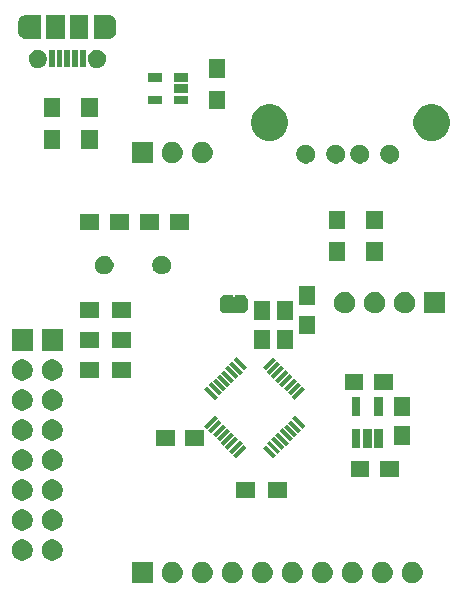
<source format=gts>
G04 #@! TF.GenerationSoftware,KiCad,Pcbnew,5.1.5*
G04 #@! TF.CreationDate,2020-02-24T19:23:42+03:00*
G04 #@! TF.ProjectId,max3421eboard,6d617833-3432-4316-9562-6f6172642e6b,rev?*
G04 #@! TF.SameCoordinates,PX112a880PY2cd29c0*
G04 #@! TF.FileFunction,Soldermask,Top*
G04 #@! TF.FilePolarity,Negative*
%FSLAX46Y46*%
G04 Gerber Fmt 4.6, Leading zero omitted, Abs format (unit mm)*
G04 Created by KiCad (PCBNEW 5.1.5) date 2020-02-24 19:23:42*
%MOMM*%
%LPD*%
G04 APERTURE LIST*
%ADD10C,0.100000*%
G04 APERTURE END LIST*
D10*
G36*
X21697000Y-25517000D02*
G01*
X20427000Y-25517000D01*
X20427000Y-24247000D01*
X21697000Y-24247000D01*
X21697000Y-25517000D01*
G37*
X21697000Y-25517000D02*
X20427000Y-25517000D01*
X20427000Y-24247000D01*
X21697000Y-24247000D01*
X21697000Y-25517000D01*
G36*
X14215000Y-48515000D02*
G01*
X12415000Y-48515000D01*
X12415000Y-46715000D01*
X14215000Y-46715000D01*
X14215000Y-48515000D01*
G37*
G36*
X33897523Y-46749586D02*
G01*
X34061308Y-46817429D01*
X34061310Y-46817430D01*
X34208717Y-46915924D01*
X34334076Y-47041283D01*
X34334078Y-47041286D01*
X34432571Y-47188692D01*
X34500414Y-47352477D01*
X34535000Y-47526358D01*
X34535000Y-47703642D01*
X34500414Y-47877523D01*
X34432571Y-48041308D01*
X34432570Y-48041310D01*
X34334076Y-48188717D01*
X34208717Y-48314076D01*
X34061310Y-48412570D01*
X34061309Y-48412571D01*
X34061308Y-48412571D01*
X33897523Y-48480414D01*
X33723642Y-48515000D01*
X33546358Y-48515000D01*
X33372477Y-48480414D01*
X33208692Y-48412571D01*
X33208691Y-48412571D01*
X33208690Y-48412570D01*
X33061283Y-48314076D01*
X32935924Y-48188717D01*
X32837430Y-48041310D01*
X32837429Y-48041308D01*
X32769586Y-47877523D01*
X32735000Y-47703642D01*
X32735000Y-47526358D01*
X32769586Y-47352477D01*
X32837429Y-47188692D01*
X32935922Y-47041286D01*
X32935924Y-47041283D01*
X33061283Y-46915924D01*
X33208690Y-46817430D01*
X33208692Y-46817429D01*
X33372477Y-46749586D01*
X33546358Y-46715000D01*
X33723642Y-46715000D01*
X33897523Y-46749586D01*
G37*
G36*
X36437523Y-46749586D02*
G01*
X36601308Y-46817429D01*
X36601310Y-46817430D01*
X36748717Y-46915924D01*
X36874076Y-47041283D01*
X36874078Y-47041286D01*
X36972571Y-47188692D01*
X37040414Y-47352477D01*
X37075000Y-47526358D01*
X37075000Y-47703642D01*
X37040414Y-47877523D01*
X36972571Y-48041308D01*
X36972570Y-48041310D01*
X36874076Y-48188717D01*
X36748717Y-48314076D01*
X36601310Y-48412570D01*
X36601309Y-48412571D01*
X36601308Y-48412571D01*
X36437523Y-48480414D01*
X36263642Y-48515000D01*
X36086358Y-48515000D01*
X35912477Y-48480414D01*
X35748692Y-48412571D01*
X35748691Y-48412571D01*
X35748690Y-48412570D01*
X35601283Y-48314076D01*
X35475924Y-48188717D01*
X35377430Y-48041310D01*
X35377429Y-48041308D01*
X35309586Y-47877523D01*
X35275000Y-47703642D01*
X35275000Y-47526358D01*
X35309586Y-47352477D01*
X35377429Y-47188692D01*
X35475922Y-47041286D01*
X35475924Y-47041283D01*
X35601283Y-46915924D01*
X35748690Y-46817430D01*
X35748692Y-46817429D01*
X35912477Y-46749586D01*
X36086358Y-46715000D01*
X36263642Y-46715000D01*
X36437523Y-46749586D01*
G37*
G36*
X31357523Y-46749586D02*
G01*
X31521308Y-46817429D01*
X31521310Y-46817430D01*
X31668717Y-46915924D01*
X31794076Y-47041283D01*
X31794078Y-47041286D01*
X31892571Y-47188692D01*
X31960414Y-47352477D01*
X31995000Y-47526358D01*
X31995000Y-47703642D01*
X31960414Y-47877523D01*
X31892571Y-48041308D01*
X31892570Y-48041310D01*
X31794076Y-48188717D01*
X31668717Y-48314076D01*
X31521310Y-48412570D01*
X31521309Y-48412571D01*
X31521308Y-48412571D01*
X31357523Y-48480414D01*
X31183642Y-48515000D01*
X31006358Y-48515000D01*
X30832477Y-48480414D01*
X30668692Y-48412571D01*
X30668691Y-48412571D01*
X30668690Y-48412570D01*
X30521283Y-48314076D01*
X30395924Y-48188717D01*
X30297430Y-48041310D01*
X30297429Y-48041308D01*
X30229586Y-47877523D01*
X30195000Y-47703642D01*
X30195000Y-47526358D01*
X30229586Y-47352477D01*
X30297429Y-47188692D01*
X30395922Y-47041286D01*
X30395924Y-47041283D01*
X30521283Y-46915924D01*
X30668690Y-46817430D01*
X30668692Y-46817429D01*
X30832477Y-46749586D01*
X31006358Y-46715000D01*
X31183642Y-46715000D01*
X31357523Y-46749586D01*
G37*
G36*
X28817523Y-46749586D02*
G01*
X28981308Y-46817429D01*
X28981310Y-46817430D01*
X29128717Y-46915924D01*
X29254076Y-47041283D01*
X29254078Y-47041286D01*
X29352571Y-47188692D01*
X29420414Y-47352477D01*
X29455000Y-47526358D01*
X29455000Y-47703642D01*
X29420414Y-47877523D01*
X29352571Y-48041308D01*
X29352570Y-48041310D01*
X29254076Y-48188717D01*
X29128717Y-48314076D01*
X28981310Y-48412570D01*
X28981309Y-48412571D01*
X28981308Y-48412571D01*
X28817523Y-48480414D01*
X28643642Y-48515000D01*
X28466358Y-48515000D01*
X28292477Y-48480414D01*
X28128692Y-48412571D01*
X28128691Y-48412571D01*
X28128690Y-48412570D01*
X27981283Y-48314076D01*
X27855924Y-48188717D01*
X27757430Y-48041310D01*
X27757429Y-48041308D01*
X27689586Y-47877523D01*
X27655000Y-47703642D01*
X27655000Y-47526358D01*
X27689586Y-47352477D01*
X27757429Y-47188692D01*
X27855922Y-47041286D01*
X27855924Y-47041283D01*
X27981283Y-46915924D01*
X28128690Y-46817430D01*
X28128692Y-46817429D01*
X28292477Y-46749586D01*
X28466358Y-46715000D01*
X28643642Y-46715000D01*
X28817523Y-46749586D01*
G37*
G36*
X26277523Y-46749586D02*
G01*
X26441308Y-46817429D01*
X26441310Y-46817430D01*
X26588717Y-46915924D01*
X26714076Y-47041283D01*
X26714078Y-47041286D01*
X26812571Y-47188692D01*
X26880414Y-47352477D01*
X26915000Y-47526358D01*
X26915000Y-47703642D01*
X26880414Y-47877523D01*
X26812571Y-48041308D01*
X26812570Y-48041310D01*
X26714076Y-48188717D01*
X26588717Y-48314076D01*
X26441310Y-48412570D01*
X26441309Y-48412571D01*
X26441308Y-48412571D01*
X26277523Y-48480414D01*
X26103642Y-48515000D01*
X25926358Y-48515000D01*
X25752477Y-48480414D01*
X25588692Y-48412571D01*
X25588691Y-48412571D01*
X25588690Y-48412570D01*
X25441283Y-48314076D01*
X25315924Y-48188717D01*
X25217430Y-48041310D01*
X25217429Y-48041308D01*
X25149586Y-47877523D01*
X25115000Y-47703642D01*
X25115000Y-47526358D01*
X25149586Y-47352477D01*
X25217429Y-47188692D01*
X25315922Y-47041286D01*
X25315924Y-47041283D01*
X25441283Y-46915924D01*
X25588690Y-46817430D01*
X25588692Y-46817429D01*
X25752477Y-46749586D01*
X25926358Y-46715000D01*
X26103642Y-46715000D01*
X26277523Y-46749586D01*
G37*
G36*
X21197523Y-46749586D02*
G01*
X21361308Y-46817429D01*
X21361310Y-46817430D01*
X21508717Y-46915924D01*
X21634076Y-47041283D01*
X21634078Y-47041286D01*
X21732571Y-47188692D01*
X21800414Y-47352477D01*
X21835000Y-47526358D01*
X21835000Y-47703642D01*
X21800414Y-47877523D01*
X21732571Y-48041308D01*
X21732570Y-48041310D01*
X21634076Y-48188717D01*
X21508717Y-48314076D01*
X21361310Y-48412570D01*
X21361309Y-48412571D01*
X21361308Y-48412571D01*
X21197523Y-48480414D01*
X21023642Y-48515000D01*
X20846358Y-48515000D01*
X20672477Y-48480414D01*
X20508692Y-48412571D01*
X20508691Y-48412571D01*
X20508690Y-48412570D01*
X20361283Y-48314076D01*
X20235924Y-48188717D01*
X20137430Y-48041310D01*
X20137429Y-48041308D01*
X20069586Y-47877523D01*
X20035000Y-47703642D01*
X20035000Y-47526358D01*
X20069586Y-47352477D01*
X20137429Y-47188692D01*
X20235922Y-47041286D01*
X20235924Y-47041283D01*
X20361283Y-46915924D01*
X20508690Y-46817430D01*
X20508692Y-46817429D01*
X20672477Y-46749586D01*
X20846358Y-46715000D01*
X21023642Y-46715000D01*
X21197523Y-46749586D01*
G37*
G36*
X23737523Y-46749586D02*
G01*
X23901308Y-46817429D01*
X23901310Y-46817430D01*
X24048717Y-46915924D01*
X24174076Y-47041283D01*
X24174078Y-47041286D01*
X24272571Y-47188692D01*
X24340414Y-47352477D01*
X24375000Y-47526358D01*
X24375000Y-47703642D01*
X24340414Y-47877523D01*
X24272571Y-48041308D01*
X24272570Y-48041310D01*
X24174076Y-48188717D01*
X24048717Y-48314076D01*
X23901310Y-48412570D01*
X23901309Y-48412571D01*
X23901308Y-48412571D01*
X23737523Y-48480414D01*
X23563642Y-48515000D01*
X23386358Y-48515000D01*
X23212477Y-48480414D01*
X23048692Y-48412571D01*
X23048691Y-48412571D01*
X23048690Y-48412570D01*
X22901283Y-48314076D01*
X22775924Y-48188717D01*
X22677430Y-48041310D01*
X22677429Y-48041308D01*
X22609586Y-47877523D01*
X22575000Y-47703642D01*
X22575000Y-47526358D01*
X22609586Y-47352477D01*
X22677429Y-47188692D01*
X22775922Y-47041286D01*
X22775924Y-47041283D01*
X22901283Y-46915924D01*
X23048690Y-46817430D01*
X23048692Y-46817429D01*
X23212477Y-46749586D01*
X23386358Y-46715000D01*
X23563642Y-46715000D01*
X23737523Y-46749586D01*
G37*
G36*
X16117523Y-46749586D02*
G01*
X16281308Y-46817429D01*
X16281310Y-46817430D01*
X16428717Y-46915924D01*
X16554076Y-47041283D01*
X16554078Y-47041286D01*
X16652571Y-47188692D01*
X16720414Y-47352477D01*
X16755000Y-47526358D01*
X16755000Y-47703642D01*
X16720414Y-47877523D01*
X16652571Y-48041308D01*
X16652570Y-48041310D01*
X16554076Y-48188717D01*
X16428717Y-48314076D01*
X16281310Y-48412570D01*
X16281309Y-48412571D01*
X16281308Y-48412571D01*
X16117523Y-48480414D01*
X15943642Y-48515000D01*
X15766358Y-48515000D01*
X15592477Y-48480414D01*
X15428692Y-48412571D01*
X15428691Y-48412571D01*
X15428690Y-48412570D01*
X15281283Y-48314076D01*
X15155924Y-48188717D01*
X15057430Y-48041310D01*
X15057429Y-48041308D01*
X14989586Y-47877523D01*
X14955000Y-47703642D01*
X14955000Y-47526358D01*
X14989586Y-47352477D01*
X15057429Y-47188692D01*
X15155922Y-47041286D01*
X15155924Y-47041283D01*
X15281283Y-46915924D01*
X15428690Y-46817430D01*
X15428692Y-46817429D01*
X15592477Y-46749586D01*
X15766358Y-46715000D01*
X15943642Y-46715000D01*
X16117523Y-46749586D01*
G37*
G36*
X18657523Y-46749586D02*
G01*
X18821308Y-46817429D01*
X18821310Y-46817430D01*
X18968717Y-46915924D01*
X19094076Y-47041283D01*
X19094078Y-47041286D01*
X19192571Y-47188692D01*
X19260414Y-47352477D01*
X19295000Y-47526358D01*
X19295000Y-47703642D01*
X19260414Y-47877523D01*
X19192571Y-48041308D01*
X19192570Y-48041310D01*
X19094076Y-48188717D01*
X18968717Y-48314076D01*
X18821310Y-48412570D01*
X18821309Y-48412571D01*
X18821308Y-48412571D01*
X18657523Y-48480414D01*
X18483642Y-48515000D01*
X18306358Y-48515000D01*
X18132477Y-48480414D01*
X17968692Y-48412571D01*
X17968691Y-48412571D01*
X17968690Y-48412570D01*
X17821283Y-48314076D01*
X17695924Y-48188717D01*
X17597430Y-48041310D01*
X17597429Y-48041308D01*
X17529586Y-47877523D01*
X17495000Y-47703642D01*
X17495000Y-47526358D01*
X17529586Y-47352477D01*
X17597429Y-47188692D01*
X17695922Y-47041286D01*
X17695924Y-47041283D01*
X17821283Y-46915924D01*
X17968690Y-46817430D01*
X17968692Y-46817429D01*
X18132477Y-46749586D01*
X18306358Y-46715000D01*
X18483642Y-46715000D01*
X18657523Y-46749586D01*
G37*
G36*
X3417523Y-44844586D02*
G01*
X3581308Y-44912429D01*
X3581310Y-44912430D01*
X3728717Y-45010924D01*
X3854076Y-45136283D01*
X3854078Y-45136286D01*
X3952571Y-45283692D01*
X4020414Y-45447477D01*
X4055000Y-45621358D01*
X4055000Y-45798642D01*
X4020414Y-45972523D01*
X3952571Y-46136308D01*
X3952570Y-46136310D01*
X3854076Y-46283717D01*
X3728717Y-46409076D01*
X3581310Y-46507570D01*
X3581309Y-46507571D01*
X3581308Y-46507571D01*
X3417523Y-46575414D01*
X3243642Y-46610000D01*
X3066358Y-46610000D01*
X2892477Y-46575414D01*
X2728692Y-46507571D01*
X2728691Y-46507571D01*
X2728690Y-46507570D01*
X2581283Y-46409076D01*
X2455924Y-46283717D01*
X2357430Y-46136310D01*
X2357429Y-46136308D01*
X2289586Y-45972523D01*
X2255000Y-45798642D01*
X2255000Y-45621358D01*
X2289586Y-45447477D01*
X2357429Y-45283692D01*
X2455922Y-45136286D01*
X2455924Y-45136283D01*
X2581283Y-45010924D01*
X2728690Y-44912430D01*
X2728692Y-44912429D01*
X2892477Y-44844586D01*
X3066358Y-44810000D01*
X3243642Y-44810000D01*
X3417523Y-44844586D01*
G37*
G36*
X5957523Y-44844586D02*
G01*
X6121308Y-44912429D01*
X6121310Y-44912430D01*
X6268717Y-45010924D01*
X6394076Y-45136283D01*
X6394078Y-45136286D01*
X6492571Y-45283692D01*
X6560414Y-45447477D01*
X6595000Y-45621358D01*
X6595000Y-45798642D01*
X6560414Y-45972523D01*
X6492571Y-46136308D01*
X6492570Y-46136310D01*
X6394076Y-46283717D01*
X6268717Y-46409076D01*
X6121310Y-46507570D01*
X6121309Y-46507571D01*
X6121308Y-46507571D01*
X5957523Y-46575414D01*
X5783642Y-46610000D01*
X5606358Y-46610000D01*
X5432477Y-46575414D01*
X5268692Y-46507571D01*
X5268691Y-46507571D01*
X5268690Y-46507570D01*
X5121283Y-46409076D01*
X4995924Y-46283717D01*
X4897430Y-46136310D01*
X4897429Y-46136308D01*
X4829586Y-45972523D01*
X4795000Y-45798642D01*
X4795000Y-45621358D01*
X4829586Y-45447477D01*
X4897429Y-45283692D01*
X4995922Y-45136286D01*
X4995924Y-45136283D01*
X5121283Y-45010924D01*
X5268690Y-44912430D01*
X5268692Y-44912429D01*
X5432477Y-44844586D01*
X5606358Y-44810000D01*
X5783642Y-44810000D01*
X5957523Y-44844586D01*
G37*
G36*
X3417523Y-42304586D02*
G01*
X3581308Y-42372429D01*
X3581310Y-42372430D01*
X3728717Y-42470924D01*
X3854076Y-42596283D01*
X3854078Y-42596286D01*
X3952571Y-42743692D01*
X4020414Y-42907477D01*
X4055000Y-43081358D01*
X4055000Y-43258642D01*
X4020414Y-43432523D01*
X3952571Y-43596308D01*
X3952570Y-43596310D01*
X3854076Y-43743717D01*
X3728717Y-43869076D01*
X3581310Y-43967570D01*
X3581309Y-43967571D01*
X3581308Y-43967571D01*
X3417523Y-44035414D01*
X3243642Y-44070000D01*
X3066358Y-44070000D01*
X2892477Y-44035414D01*
X2728692Y-43967571D01*
X2728691Y-43967571D01*
X2728690Y-43967570D01*
X2581283Y-43869076D01*
X2455924Y-43743717D01*
X2357430Y-43596310D01*
X2357429Y-43596308D01*
X2289586Y-43432523D01*
X2255000Y-43258642D01*
X2255000Y-43081358D01*
X2289586Y-42907477D01*
X2357429Y-42743692D01*
X2455922Y-42596286D01*
X2455924Y-42596283D01*
X2581283Y-42470924D01*
X2728690Y-42372430D01*
X2728692Y-42372429D01*
X2892477Y-42304586D01*
X3066358Y-42270000D01*
X3243642Y-42270000D01*
X3417523Y-42304586D01*
G37*
G36*
X5957523Y-42304586D02*
G01*
X6121308Y-42372429D01*
X6121310Y-42372430D01*
X6268717Y-42470924D01*
X6394076Y-42596283D01*
X6394078Y-42596286D01*
X6492571Y-42743692D01*
X6560414Y-42907477D01*
X6595000Y-43081358D01*
X6595000Y-43258642D01*
X6560414Y-43432523D01*
X6492571Y-43596308D01*
X6492570Y-43596310D01*
X6394076Y-43743717D01*
X6268717Y-43869076D01*
X6121310Y-43967570D01*
X6121309Y-43967571D01*
X6121308Y-43967571D01*
X5957523Y-44035414D01*
X5783642Y-44070000D01*
X5606358Y-44070000D01*
X5432477Y-44035414D01*
X5268692Y-43967571D01*
X5268691Y-43967571D01*
X5268690Y-43967570D01*
X5121283Y-43869076D01*
X4995924Y-43743717D01*
X4897430Y-43596310D01*
X4897429Y-43596308D01*
X4829586Y-43432523D01*
X4795000Y-43258642D01*
X4795000Y-43081358D01*
X4829586Y-42907477D01*
X4897429Y-42743692D01*
X4995922Y-42596286D01*
X4995924Y-42596283D01*
X5121283Y-42470924D01*
X5268690Y-42372430D01*
X5268692Y-42372429D01*
X5432477Y-42304586D01*
X5606358Y-42270000D01*
X5783642Y-42270000D01*
X5957523Y-42304586D01*
G37*
G36*
X5957523Y-39764586D02*
G01*
X6121308Y-39832429D01*
X6121310Y-39832430D01*
X6268717Y-39930924D01*
X6394076Y-40056283D01*
X6394078Y-40056286D01*
X6492571Y-40203692D01*
X6560414Y-40367477D01*
X6595000Y-40541358D01*
X6595000Y-40718642D01*
X6560414Y-40892523D01*
X6492571Y-41056308D01*
X6492570Y-41056310D01*
X6394076Y-41203717D01*
X6268717Y-41329076D01*
X6121310Y-41427570D01*
X6121309Y-41427571D01*
X6121308Y-41427571D01*
X5957523Y-41495414D01*
X5783642Y-41530000D01*
X5606358Y-41530000D01*
X5432477Y-41495414D01*
X5268692Y-41427571D01*
X5268691Y-41427571D01*
X5268690Y-41427570D01*
X5121283Y-41329076D01*
X4995924Y-41203717D01*
X4897430Y-41056310D01*
X4897429Y-41056308D01*
X4829586Y-40892523D01*
X4795000Y-40718642D01*
X4795000Y-40541358D01*
X4829586Y-40367477D01*
X4897429Y-40203692D01*
X4995922Y-40056286D01*
X4995924Y-40056283D01*
X5121283Y-39930924D01*
X5268690Y-39832430D01*
X5268692Y-39832429D01*
X5432477Y-39764586D01*
X5606358Y-39730000D01*
X5783642Y-39730000D01*
X5957523Y-39764586D01*
G37*
G36*
X3417523Y-39764586D02*
G01*
X3581308Y-39832429D01*
X3581310Y-39832430D01*
X3728717Y-39930924D01*
X3854076Y-40056283D01*
X3854078Y-40056286D01*
X3952571Y-40203692D01*
X4020414Y-40367477D01*
X4055000Y-40541358D01*
X4055000Y-40718642D01*
X4020414Y-40892523D01*
X3952571Y-41056308D01*
X3952570Y-41056310D01*
X3854076Y-41203717D01*
X3728717Y-41329076D01*
X3581310Y-41427570D01*
X3581309Y-41427571D01*
X3581308Y-41427571D01*
X3417523Y-41495414D01*
X3243642Y-41530000D01*
X3066358Y-41530000D01*
X2892477Y-41495414D01*
X2728692Y-41427571D01*
X2728691Y-41427571D01*
X2728690Y-41427570D01*
X2581283Y-41329076D01*
X2455924Y-41203717D01*
X2357430Y-41056310D01*
X2357429Y-41056308D01*
X2289586Y-40892523D01*
X2255000Y-40718642D01*
X2255000Y-40541358D01*
X2289586Y-40367477D01*
X2357429Y-40203692D01*
X2455922Y-40056286D01*
X2455924Y-40056283D01*
X2581283Y-39930924D01*
X2728690Y-39832430D01*
X2728692Y-39832429D01*
X2892477Y-39764586D01*
X3066358Y-39730000D01*
X3243642Y-39730000D01*
X3417523Y-39764586D01*
G37*
G36*
X25545000Y-41330000D02*
G01*
X23945000Y-41330000D01*
X23945000Y-39930000D01*
X25545000Y-39930000D01*
X25545000Y-41330000D01*
G37*
G36*
X22845000Y-41330000D02*
G01*
X21245000Y-41330000D01*
X21245000Y-39930000D01*
X22845000Y-39930000D01*
X22845000Y-41330000D01*
G37*
G36*
X35050000Y-39527000D02*
G01*
X33450000Y-39527000D01*
X33450000Y-38177000D01*
X35050000Y-38177000D01*
X35050000Y-39527000D01*
G37*
G36*
X32550000Y-39527000D02*
G01*
X30950000Y-39527000D01*
X30950000Y-38177000D01*
X32550000Y-38177000D01*
X32550000Y-39527000D01*
G37*
G36*
X3417523Y-37224586D02*
G01*
X3581308Y-37292429D01*
X3581310Y-37292430D01*
X3728717Y-37390924D01*
X3854076Y-37516283D01*
X3854078Y-37516286D01*
X3952571Y-37663692D01*
X4020414Y-37827477D01*
X4055000Y-38001358D01*
X4055000Y-38178642D01*
X4020414Y-38352523D01*
X3952571Y-38516308D01*
X3952570Y-38516310D01*
X3854076Y-38663717D01*
X3728717Y-38789076D01*
X3581310Y-38887570D01*
X3581309Y-38887571D01*
X3581308Y-38887571D01*
X3417523Y-38955414D01*
X3243642Y-38990000D01*
X3066358Y-38990000D01*
X2892477Y-38955414D01*
X2728692Y-38887571D01*
X2728691Y-38887571D01*
X2728690Y-38887570D01*
X2581283Y-38789076D01*
X2455924Y-38663717D01*
X2357430Y-38516310D01*
X2357429Y-38516308D01*
X2289586Y-38352523D01*
X2255000Y-38178642D01*
X2255000Y-38001358D01*
X2289586Y-37827477D01*
X2357429Y-37663692D01*
X2455922Y-37516286D01*
X2455924Y-37516283D01*
X2581283Y-37390924D01*
X2728690Y-37292430D01*
X2728692Y-37292429D01*
X2892477Y-37224586D01*
X3066358Y-37190000D01*
X3243642Y-37190000D01*
X3417523Y-37224586D01*
G37*
G36*
X5957523Y-37224586D02*
G01*
X6121308Y-37292429D01*
X6121310Y-37292430D01*
X6268717Y-37390924D01*
X6394076Y-37516283D01*
X6394078Y-37516286D01*
X6492571Y-37663692D01*
X6560414Y-37827477D01*
X6595000Y-38001358D01*
X6595000Y-38178642D01*
X6560414Y-38352523D01*
X6492571Y-38516308D01*
X6492570Y-38516310D01*
X6394076Y-38663717D01*
X6268717Y-38789076D01*
X6121310Y-38887570D01*
X6121309Y-38887571D01*
X6121308Y-38887571D01*
X5957523Y-38955414D01*
X5783642Y-38990000D01*
X5606358Y-38990000D01*
X5432477Y-38955414D01*
X5268692Y-38887571D01*
X5268691Y-38887571D01*
X5268690Y-38887570D01*
X5121283Y-38789076D01*
X4995924Y-38663717D01*
X4897430Y-38516310D01*
X4897429Y-38516308D01*
X4829586Y-38352523D01*
X4795000Y-38178642D01*
X4795000Y-38001358D01*
X4829586Y-37827477D01*
X4897429Y-37663692D01*
X4995922Y-37516286D01*
X4995924Y-37516283D01*
X5121283Y-37390924D01*
X5268690Y-37292430D01*
X5268692Y-37292429D01*
X5432477Y-37224586D01*
X5606358Y-37190000D01*
X5783642Y-37190000D01*
X5957523Y-37224586D01*
G37*
G36*
X24642062Y-37671620D02*
G01*
X24391746Y-37921936D01*
X23512812Y-37043002D01*
X23763128Y-36792686D01*
X24642062Y-37671620D01*
G37*
G36*
X22167188Y-37043002D02*
G01*
X21288254Y-37921936D01*
X21037938Y-37671620D01*
X21916872Y-36792686D01*
X22167188Y-37043002D01*
G37*
G36*
X21813635Y-36689448D02*
G01*
X20934701Y-37568382D01*
X20684385Y-37318066D01*
X21563319Y-36439132D01*
X21813635Y-36689448D01*
G37*
G36*
X24995615Y-37318066D02*
G01*
X24745299Y-37568382D01*
X23866365Y-36689448D01*
X24116681Y-36439132D01*
X24995615Y-37318066D01*
G37*
G36*
X21460081Y-36335895D02*
G01*
X20581147Y-37214829D01*
X20330831Y-36964513D01*
X21209765Y-36085579D01*
X21460081Y-36335895D01*
G37*
G36*
X25349169Y-36964513D02*
G01*
X25098853Y-37214829D01*
X24219919Y-36335895D01*
X24470235Y-36085579D01*
X25349169Y-36964513D01*
G37*
G36*
X31790000Y-37095000D02*
G01*
X31040000Y-37095000D01*
X31040000Y-35435000D01*
X31790000Y-35435000D01*
X31790000Y-37095000D01*
G37*
G36*
X32740000Y-37095000D02*
G01*
X31990000Y-37095000D01*
X31990000Y-35435000D01*
X32740000Y-35435000D01*
X32740000Y-37095000D01*
G37*
G36*
X33690000Y-37095000D02*
G01*
X32940000Y-37095000D01*
X32940000Y-35435000D01*
X33690000Y-35435000D01*
X33690000Y-37095000D01*
G37*
G36*
X21106528Y-35982341D02*
G01*
X20227594Y-36861275D01*
X19977278Y-36610959D01*
X20856212Y-35732025D01*
X21106528Y-35982341D01*
G37*
G36*
X25702722Y-36610959D02*
G01*
X25452406Y-36861275D01*
X24573472Y-35982341D01*
X24823788Y-35732025D01*
X25702722Y-36610959D01*
G37*
G36*
X18560000Y-36860000D02*
G01*
X16960000Y-36860000D01*
X16960000Y-35510000D01*
X18560000Y-35510000D01*
X18560000Y-36860000D01*
G37*
G36*
X16060000Y-36860000D02*
G01*
X14460000Y-36860000D01*
X14460000Y-35510000D01*
X16060000Y-35510000D01*
X16060000Y-36860000D01*
G37*
G36*
X35961000Y-36838000D02*
G01*
X34611000Y-36838000D01*
X34611000Y-35238000D01*
X35961000Y-35238000D01*
X35961000Y-36838000D01*
G37*
G36*
X26056275Y-36257406D02*
G01*
X25805959Y-36507722D01*
X24927025Y-35628788D01*
X25177341Y-35378472D01*
X26056275Y-36257406D01*
G37*
G36*
X20752975Y-35628788D02*
G01*
X19874041Y-36507722D01*
X19623725Y-36257406D01*
X20502659Y-35378472D01*
X20752975Y-35628788D01*
G37*
G36*
X3417523Y-34684586D02*
G01*
X3581308Y-34752429D01*
X3581310Y-34752430D01*
X3728717Y-34850924D01*
X3854076Y-34976283D01*
X3854078Y-34976286D01*
X3952571Y-35123692D01*
X4020414Y-35287477D01*
X4055000Y-35461358D01*
X4055000Y-35638642D01*
X4020414Y-35812523D01*
X3982583Y-35903853D01*
X3952570Y-35976310D01*
X3854076Y-36123717D01*
X3728717Y-36249076D01*
X3581310Y-36347570D01*
X3581309Y-36347571D01*
X3581308Y-36347571D01*
X3417523Y-36415414D01*
X3243642Y-36450000D01*
X3066358Y-36450000D01*
X2892477Y-36415414D01*
X2728692Y-36347571D01*
X2728691Y-36347571D01*
X2728690Y-36347570D01*
X2581283Y-36249076D01*
X2455924Y-36123717D01*
X2357430Y-35976310D01*
X2327417Y-35903853D01*
X2289586Y-35812523D01*
X2255000Y-35638642D01*
X2255000Y-35461358D01*
X2289586Y-35287477D01*
X2357429Y-35123692D01*
X2455922Y-34976286D01*
X2455924Y-34976283D01*
X2581283Y-34850924D01*
X2728690Y-34752430D01*
X2728692Y-34752429D01*
X2892477Y-34684586D01*
X3066358Y-34650000D01*
X3243642Y-34650000D01*
X3417523Y-34684586D01*
G37*
G36*
X5957523Y-34684586D02*
G01*
X6121308Y-34752429D01*
X6121310Y-34752430D01*
X6268717Y-34850924D01*
X6394076Y-34976283D01*
X6394078Y-34976286D01*
X6492571Y-35123692D01*
X6560414Y-35287477D01*
X6595000Y-35461358D01*
X6595000Y-35638642D01*
X6560414Y-35812523D01*
X6522583Y-35903853D01*
X6492570Y-35976310D01*
X6394076Y-36123717D01*
X6268717Y-36249076D01*
X6121310Y-36347570D01*
X6121309Y-36347571D01*
X6121308Y-36347571D01*
X5957523Y-36415414D01*
X5783642Y-36450000D01*
X5606358Y-36450000D01*
X5432477Y-36415414D01*
X5268692Y-36347571D01*
X5268691Y-36347571D01*
X5268690Y-36347570D01*
X5121283Y-36249076D01*
X4995924Y-36123717D01*
X4897430Y-35976310D01*
X4867417Y-35903853D01*
X4829586Y-35812523D01*
X4795000Y-35638642D01*
X4795000Y-35461358D01*
X4829586Y-35287477D01*
X4897429Y-35123692D01*
X4995922Y-34976286D01*
X4995924Y-34976283D01*
X5121283Y-34850924D01*
X5268690Y-34752430D01*
X5268692Y-34752429D01*
X5432477Y-34684586D01*
X5606358Y-34650000D01*
X5783642Y-34650000D01*
X5957523Y-34684586D01*
G37*
G36*
X20399421Y-35275235D02*
G01*
X19520487Y-36154169D01*
X19270171Y-35903853D01*
X20149105Y-35024919D01*
X20399421Y-35275235D01*
G37*
G36*
X26409829Y-35903853D02*
G01*
X26159513Y-36154169D01*
X25280579Y-35275235D01*
X25530895Y-35024919D01*
X26409829Y-35903853D01*
G37*
G36*
X20045868Y-34921681D02*
G01*
X19166934Y-35800615D01*
X18916618Y-35550299D01*
X19795552Y-34671365D01*
X20045868Y-34921681D01*
G37*
G36*
X26763382Y-35550299D02*
G01*
X26513066Y-35800615D01*
X25634132Y-34921681D01*
X25884448Y-34671365D01*
X26763382Y-35550299D01*
G37*
G36*
X27116936Y-35196746D02*
G01*
X26866620Y-35447062D01*
X25987686Y-34568128D01*
X26238002Y-34317812D01*
X27116936Y-35196746D01*
G37*
G36*
X19692314Y-34568128D02*
G01*
X18813380Y-35447062D01*
X18563064Y-35196746D01*
X19441998Y-34317812D01*
X19692314Y-34568128D01*
G37*
G36*
X33690000Y-34395000D02*
G01*
X32940000Y-34395000D01*
X32940000Y-32735000D01*
X33690000Y-32735000D01*
X33690000Y-34395000D01*
G37*
G36*
X31790000Y-34395000D02*
G01*
X31040000Y-34395000D01*
X31040000Y-32735000D01*
X31790000Y-32735000D01*
X31790000Y-34395000D01*
G37*
G36*
X35961000Y-34338000D02*
G01*
X34611000Y-34338000D01*
X34611000Y-32738000D01*
X35961000Y-32738000D01*
X35961000Y-34338000D01*
G37*
G36*
X5957523Y-32144586D02*
G01*
X6121308Y-32212429D01*
X6121310Y-32212430D01*
X6268717Y-32310924D01*
X6394076Y-32436283D01*
X6394078Y-32436286D01*
X6492571Y-32583692D01*
X6560414Y-32747477D01*
X6595000Y-32921358D01*
X6595000Y-33098642D01*
X6560414Y-33272523D01*
X6492571Y-33436308D01*
X6492570Y-33436310D01*
X6394076Y-33583717D01*
X6268717Y-33709076D01*
X6121310Y-33807570D01*
X6121309Y-33807571D01*
X6121308Y-33807571D01*
X5957523Y-33875414D01*
X5783642Y-33910000D01*
X5606358Y-33910000D01*
X5432477Y-33875414D01*
X5268692Y-33807571D01*
X5268691Y-33807571D01*
X5268690Y-33807570D01*
X5121283Y-33709076D01*
X4995924Y-33583717D01*
X4897430Y-33436310D01*
X4897429Y-33436308D01*
X4829586Y-33272523D01*
X4795000Y-33098642D01*
X4795000Y-32921358D01*
X4829586Y-32747477D01*
X4897429Y-32583692D01*
X4995922Y-32436286D01*
X4995924Y-32436283D01*
X5121283Y-32310924D01*
X5268690Y-32212430D01*
X5268692Y-32212429D01*
X5432477Y-32144586D01*
X5606358Y-32110000D01*
X5783642Y-32110000D01*
X5957523Y-32144586D01*
G37*
G36*
X3417523Y-32144586D02*
G01*
X3581308Y-32212429D01*
X3581310Y-32212430D01*
X3728717Y-32310924D01*
X3854076Y-32436283D01*
X3854078Y-32436286D01*
X3952571Y-32583692D01*
X4020414Y-32747477D01*
X4055000Y-32921358D01*
X4055000Y-33098642D01*
X4020414Y-33272523D01*
X3952571Y-33436308D01*
X3952570Y-33436310D01*
X3854076Y-33583717D01*
X3728717Y-33709076D01*
X3581310Y-33807570D01*
X3581309Y-33807571D01*
X3581308Y-33807571D01*
X3417523Y-33875414D01*
X3243642Y-33910000D01*
X3066358Y-33910000D01*
X2892477Y-33875414D01*
X2728692Y-33807571D01*
X2728691Y-33807571D01*
X2728690Y-33807570D01*
X2581283Y-33709076D01*
X2455924Y-33583717D01*
X2357430Y-33436310D01*
X2357429Y-33436308D01*
X2289586Y-33272523D01*
X2255000Y-33098642D01*
X2255000Y-32921358D01*
X2289586Y-32747477D01*
X2357429Y-32583692D01*
X2455922Y-32436286D01*
X2455924Y-32436283D01*
X2581283Y-32310924D01*
X2728690Y-32212430D01*
X2728692Y-32212429D01*
X2892477Y-32144586D01*
X3066358Y-32110000D01*
X3243642Y-32110000D01*
X3417523Y-32144586D01*
G37*
G36*
X27116936Y-32093254D02*
G01*
X26238002Y-32972188D01*
X25987686Y-32721872D01*
X26866620Y-31842938D01*
X27116936Y-32093254D01*
G37*
G36*
X19692314Y-32721872D02*
G01*
X19441998Y-32972188D01*
X18563064Y-32093254D01*
X18813380Y-31842938D01*
X19692314Y-32721872D01*
G37*
G36*
X26763382Y-31739701D02*
G01*
X25884448Y-32618635D01*
X25634132Y-32368319D01*
X26513066Y-31489385D01*
X26763382Y-31739701D01*
G37*
G36*
X20045868Y-32368319D02*
G01*
X19795552Y-32618635D01*
X18916618Y-31739701D01*
X19166934Y-31489385D01*
X20045868Y-32368319D01*
G37*
G36*
X20399421Y-32014765D02*
G01*
X20149105Y-32265081D01*
X19270171Y-31386147D01*
X19520487Y-31135831D01*
X20399421Y-32014765D01*
G37*
G36*
X26409829Y-31386147D02*
G01*
X25530895Y-32265081D01*
X25280579Y-32014765D01*
X26159513Y-31135831D01*
X26409829Y-31386147D01*
G37*
G36*
X32042000Y-32161000D02*
G01*
X30442000Y-32161000D01*
X30442000Y-30811000D01*
X32042000Y-30811000D01*
X32042000Y-32161000D01*
G37*
G36*
X34542000Y-32161000D02*
G01*
X32942000Y-32161000D01*
X32942000Y-30811000D01*
X34542000Y-30811000D01*
X34542000Y-32161000D01*
G37*
G36*
X20752975Y-31661212D02*
G01*
X20502659Y-31911528D01*
X19623725Y-31032594D01*
X19874041Y-30782278D01*
X20752975Y-31661212D01*
G37*
G36*
X26056275Y-31032594D02*
G01*
X25177341Y-31911528D01*
X24927025Y-31661212D01*
X25805959Y-30782278D01*
X26056275Y-31032594D01*
G37*
G36*
X21106528Y-31307659D02*
G01*
X20856212Y-31557975D01*
X19977278Y-30679041D01*
X20227594Y-30428725D01*
X21106528Y-31307659D01*
G37*
G36*
X25702722Y-30679041D02*
G01*
X24823788Y-31557975D01*
X24573472Y-31307659D01*
X25452406Y-30428725D01*
X25702722Y-30679041D01*
G37*
G36*
X5957523Y-29604586D02*
G01*
X6121308Y-29672429D01*
X6121310Y-29672430D01*
X6268717Y-29770924D01*
X6394076Y-29896283D01*
X6394078Y-29896286D01*
X6492571Y-30043692D01*
X6560414Y-30207477D01*
X6595000Y-30381358D01*
X6595000Y-30558642D01*
X6560414Y-30732523D01*
X6511393Y-30850868D01*
X6492570Y-30896310D01*
X6394076Y-31043717D01*
X6268717Y-31169076D01*
X6121310Y-31267570D01*
X6121309Y-31267571D01*
X6121308Y-31267571D01*
X5957523Y-31335414D01*
X5783642Y-31370000D01*
X5606358Y-31370000D01*
X5432477Y-31335414D01*
X5268692Y-31267571D01*
X5268691Y-31267571D01*
X5268690Y-31267570D01*
X5121283Y-31169076D01*
X4995924Y-31043717D01*
X4897430Y-30896310D01*
X4878607Y-30850868D01*
X4829586Y-30732523D01*
X4795000Y-30558642D01*
X4795000Y-30381358D01*
X4829586Y-30207477D01*
X4897429Y-30043692D01*
X4995922Y-29896286D01*
X4995924Y-29896283D01*
X5121283Y-29770924D01*
X5268690Y-29672430D01*
X5268692Y-29672429D01*
X5432477Y-29604586D01*
X5606358Y-29570000D01*
X5783642Y-29570000D01*
X5957523Y-29604586D01*
G37*
G36*
X3417523Y-29604586D02*
G01*
X3581308Y-29672429D01*
X3581310Y-29672430D01*
X3728717Y-29770924D01*
X3854076Y-29896283D01*
X3854078Y-29896286D01*
X3952571Y-30043692D01*
X4020414Y-30207477D01*
X4055000Y-30381358D01*
X4055000Y-30558642D01*
X4020414Y-30732523D01*
X3971393Y-30850868D01*
X3952570Y-30896310D01*
X3854076Y-31043717D01*
X3728717Y-31169076D01*
X3581310Y-31267570D01*
X3581309Y-31267571D01*
X3581308Y-31267571D01*
X3417523Y-31335414D01*
X3243642Y-31370000D01*
X3066358Y-31370000D01*
X2892477Y-31335414D01*
X2728692Y-31267571D01*
X2728691Y-31267571D01*
X2728690Y-31267570D01*
X2581283Y-31169076D01*
X2455924Y-31043717D01*
X2357430Y-30896310D01*
X2338607Y-30850868D01*
X2289586Y-30732523D01*
X2255000Y-30558642D01*
X2255000Y-30381358D01*
X2289586Y-30207477D01*
X2357429Y-30043692D01*
X2455922Y-29896286D01*
X2455924Y-29896283D01*
X2581283Y-29770924D01*
X2728690Y-29672430D01*
X2728692Y-29672429D01*
X2892477Y-29604586D01*
X3066358Y-29570000D01*
X3243642Y-29570000D01*
X3417523Y-29604586D01*
G37*
G36*
X21460081Y-30954105D02*
G01*
X21209765Y-31204421D01*
X20330831Y-30325487D01*
X20581147Y-30075171D01*
X21460081Y-30954105D01*
G37*
G36*
X25349169Y-30325487D02*
G01*
X24470235Y-31204421D01*
X24219919Y-30954105D01*
X25098853Y-30075171D01*
X25349169Y-30325487D01*
G37*
G36*
X9670000Y-31170000D02*
G01*
X8070000Y-31170000D01*
X8070000Y-29770000D01*
X9670000Y-29770000D01*
X9670000Y-31170000D01*
G37*
G36*
X12370000Y-31170000D02*
G01*
X10770000Y-31170000D01*
X10770000Y-29770000D01*
X12370000Y-29770000D01*
X12370000Y-31170000D01*
G37*
G36*
X24995615Y-29971934D02*
G01*
X24116681Y-30850868D01*
X23866365Y-30600552D01*
X24745299Y-29721618D01*
X24995615Y-29971934D01*
G37*
G36*
X21813635Y-30600552D02*
G01*
X21563319Y-30850868D01*
X20684385Y-29971934D01*
X20934701Y-29721618D01*
X21813635Y-30600552D01*
G37*
G36*
X24642062Y-29618380D02*
G01*
X23763128Y-30497314D01*
X23512812Y-30246998D01*
X24391746Y-29368064D01*
X24642062Y-29618380D01*
G37*
G36*
X22167188Y-30246998D02*
G01*
X21916872Y-30497314D01*
X21037938Y-29618380D01*
X21288254Y-29368064D01*
X22167188Y-30246998D01*
G37*
G36*
X6595000Y-28830000D02*
G01*
X4795000Y-28830000D01*
X4795000Y-27030000D01*
X6595000Y-27030000D01*
X6595000Y-28830000D01*
G37*
G36*
X4055000Y-28830000D02*
G01*
X2255000Y-28830000D01*
X2255000Y-27030000D01*
X4055000Y-27030000D01*
X4055000Y-28830000D01*
G37*
G36*
X26055000Y-28710000D02*
G01*
X24705000Y-28710000D01*
X24705000Y-27110000D01*
X26055000Y-27110000D01*
X26055000Y-28710000D01*
G37*
G36*
X24150000Y-28710000D02*
G01*
X22800000Y-28710000D01*
X22800000Y-27110000D01*
X24150000Y-27110000D01*
X24150000Y-28710000D01*
G37*
G36*
X12370000Y-28630000D02*
G01*
X10770000Y-28630000D01*
X10770000Y-27230000D01*
X12370000Y-27230000D01*
X12370000Y-28630000D01*
G37*
G36*
X9670000Y-28630000D02*
G01*
X8070000Y-28630000D01*
X8070000Y-27230000D01*
X9670000Y-27230000D01*
X9670000Y-28630000D01*
G37*
G36*
X27960000Y-27460000D02*
G01*
X26610000Y-27460000D01*
X26610000Y-25860000D01*
X27960000Y-25860000D01*
X27960000Y-27460000D01*
G37*
G36*
X26055000Y-26210000D02*
G01*
X24705000Y-26210000D01*
X24705000Y-24610000D01*
X26055000Y-24610000D01*
X26055000Y-26210000D01*
G37*
G36*
X24150000Y-26210000D02*
G01*
X22800000Y-26210000D01*
X22800000Y-24610000D01*
X24150000Y-24610000D01*
X24150000Y-26210000D01*
G37*
G36*
X9670000Y-26090000D02*
G01*
X8070000Y-26090000D01*
X8070000Y-24690000D01*
X9670000Y-24690000D01*
X9670000Y-26090000D01*
G37*
G36*
X12370000Y-26090000D02*
G01*
X10770000Y-26090000D01*
X10770000Y-24690000D01*
X12370000Y-24690000D01*
X12370000Y-26090000D01*
G37*
G36*
X21717355Y-24082285D02*
G01*
X21721802Y-24082723D01*
X21721803Y-24082723D01*
X21728908Y-24083423D01*
X21728974Y-24082751D01*
X21736156Y-24083815D01*
X21757447Y-24083815D01*
X21765910Y-24084648D01*
X21770811Y-24085131D01*
X21770813Y-24085131D01*
X21774373Y-24085482D01*
X21863516Y-24103214D01*
X21866936Y-24104251D01*
X21866944Y-24104253D01*
X21876369Y-24107112D01*
X21876374Y-24107114D01*
X21879799Y-24108153D01*
X21963767Y-24142934D01*
X21966917Y-24144618D01*
X21966925Y-24144621D01*
X21975611Y-24149264D01*
X21975616Y-24149267D01*
X21978764Y-24150950D01*
X22054340Y-24201448D01*
X22057102Y-24203715D01*
X22057110Y-24203720D01*
X22064057Y-24209422D01*
X22067488Y-24212238D01*
X22131762Y-24276512D01*
X22134031Y-24279277D01*
X22140280Y-24286890D01*
X22140285Y-24286898D01*
X22142552Y-24289660D01*
X22193050Y-24365236D01*
X22194733Y-24368384D01*
X22194736Y-24368389D01*
X22199379Y-24377075D01*
X22199382Y-24377083D01*
X22201066Y-24380233D01*
X22235847Y-24464201D01*
X22236886Y-24467626D01*
X22236888Y-24467631D01*
X22239747Y-24477056D01*
X22239749Y-24477064D01*
X22240786Y-24480484D01*
X22258518Y-24569627D01*
X22260185Y-24586553D01*
X22260185Y-24607844D01*
X22261249Y-24615026D01*
X22260577Y-24615092D01*
X22262593Y-24635562D01*
X22262593Y-25128438D01*
X22260577Y-25148908D01*
X22261249Y-25148974D01*
X22260185Y-25156156D01*
X22260185Y-25177447D01*
X22258518Y-25194373D01*
X22240786Y-25283516D01*
X22239749Y-25286936D01*
X22239747Y-25286944D01*
X22236888Y-25296369D01*
X22236886Y-25296374D01*
X22235847Y-25299799D01*
X22201066Y-25383767D01*
X22199382Y-25386917D01*
X22199379Y-25386925D01*
X22194736Y-25395611D01*
X22194733Y-25395616D01*
X22193050Y-25398764D01*
X22142552Y-25474340D01*
X22140285Y-25477102D01*
X22140280Y-25477110D01*
X22134578Y-25484057D01*
X22131762Y-25487488D01*
X22067488Y-25551762D01*
X22064723Y-25554031D01*
X22057110Y-25560280D01*
X22057102Y-25560285D01*
X22054340Y-25562552D01*
X21978764Y-25613050D01*
X21975616Y-25614733D01*
X21975611Y-25614736D01*
X21966925Y-25619379D01*
X21966917Y-25619382D01*
X21963767Y-25621066D01*
X21879799Y-25655847D01*
X21876374Y-25656886D01*
X21876369Y-25656888D01*
X21866944Y-25659747D01*
X21866936Y-25659749D01*
X21863516Y-25660786D01*
X21774373Y-25678518D01*
X21770813Y-25678869D01*
X21770811Y-25678869D01*
X21765910Y-25679352D01*
X21757447Y-25680185D01*
X21736156Y-25680185D01*
X21728974Y-25681249D01*
X21728908Y-25680577D01*
X21721803Y-25681277D01*
X21721802Y-25681277D01*
X21717355Y-25681715D01*
X21708438Y-25682593D01*
X21215562Y-25682593D01*
X21207255Y-25681775D01*
X21202198Y-25681277D01*
X21192773Y-25678418D01*
X21188083Y-25675911D01*
X21184090Y-25673777D01*
X21184089Y-25673776D01*
X21184087Y-25673775D01*
X21176474Y-25667526D01*
X21170225Y-25659913D01*
X21165582Y-25651227D01*
X21162723Y-25641802D01*
X21161758Y-25632000D01*
X21161407Y-25628438D01*
X21161407Y-24135562D01*
X21162723Y-24122200D01*
X21162723Y-24122198D01*
X21165582Y-24112773D01*
X21170225Y-24104087D01*
X21176474Y-24096474D01*
X21184087Y-24090225D01*
X21184089Y-24090224D01*
X21184090Y-24090223D01*
X21188083Y-24088089D01*
X21192773Y-24085582D01*
X21202198Y-24082723D01*
X21207255Y-24082225D01*
X21215562Y-24081407D01*
X21708438Y-24081407D01*
X21717355Y-24082285D01*
G37*
G36*
X20916745Y-24082225D02*
G01*
X20921802Y-24082723D01*
X20931227Y-24085582D01*
X20935917Y-24088089D01*
X20939910Y-24090223D01*
X20939911Y-24090224D01*
X20939913Y-24090225D01*
X20947526Y-24096474D01*
X20953775Y-24104087D01*
X20958418Y-24112773D01*
X20961277Y-24122198D01*
X20961277Y-24122200D01*
X20962593Y-24135562D01*
X20962593Y-25628438D01*
X20962242Y-25632000D01*
X20961277Y-25641802D01*
X20958418Y-25651227D01*
X20953775Y-25659913D01*
X20947526Y-25667526D01*
X20939913Y-25673775D01*
X20939911Y-25673776D01*
X20939910Y-25673777D01*
X20935917Y-25675911D01*
X20931227Y-25678418D01*
X20921802Y-25681277D01*
X20916745Y-25681775D01*
X20908438Y-25682593D01*
X20415562Y-25682593D01*
X20406645Y-25681715D01*
X20402198Y-25681277D01*
X20402197Y-25681277D01*
X20395092Y-25680577D01*
X20395026Y-25681249D01*
X20387844Y-25680185D01*
X20366553Y-25680185D01*
X20358090Y-25679352D01*
X20353189Y-25678869D01*
X20353187Y-25678869D01*
X20349627Y-25678518D01*
X20260484Y-25660786D01*
X20257064Y-25659749D01*
X20257056Y-25659747D01*
X20247631Y-25656888D01*
X20247626Y-25656886D01*
X20244201Y-25655847D01*
X20160233Y-25621066D01*
X20157083Y-25619382D01*
X20157075Y-25619379D01*
X20148389Y-25614736D01*
X20148384Y-25614733D01*
X20145236Y-25613050D01*
X20069660Y-25562552D01*
X20066898Y-25560285D01*
X20066890Y-25560280D01*
X20059277Y-25554031D01*
X20056512Y-25551762D01*
X19992238Y-25487488D01*
X19989422Y-25484057D01*
X19983720Y-25477110D01*
X19983715Y-25477102D01*
X19981448Y-25474340D01*
X19930950Y-25398764D01*
X19929267Y-25395616D01*
X19929264Y-25395611D01*
X19924621Y-25386925D01*
X19924618Y-25386917D01*
X19922934Y-25383767D01*
X19888153Y-25299799D01*
X19887114Y-25296374D01*
X19887112Y-25296369D01*
X19884253Y-25286944D01*
X19884251Y-25286936D01*
X19883214Y-25283516D01*
X19865482Y-25194373D01*
X19863815Y-25177447D01*
X19863815Y-25156156D01*
X19862751Y-25148974D01*
X19863423Y-25148908D01*
X19861407Y-25128438D01*
X19861407Y-24635562D01*
X19863423Y-24615092D01*
X19862751Y-24615026D01*
X19863815Y-24607844D01*
X19863815Y-24586553D01*
X19865482Y-24569627D01*
X19883214Y-24480484D01*
X19884251Y-24477064D01*
X19884253Y-24477056D01*
X19887112Y-24467631D01*
X19887114Y-24467626D01*
X19888153Y-24464201D01*
X19922934Y-24380233D01*
X19924618Y-24377083D01*
X19924621Y-24377075D01*
X19929264Y-24368389D01*
X19929267Y-24368384D01*
X19930950Y-24365236D01*
X19981448Y-24289660D01*
X19983715Y-24286898D01*
X19983720Y-24286890D01*
X19989969Y-24279277D01*
X19992238Y-24276512D01*
X20056512Y-24212238D01*
X20059943Y-24209422D01*
X20066890Y-24203720D01*
X20066898Y-24203715D01*
X20069660Y-24201448D01*
X20145236Y-24150950D01*
X20148384Y-24149267D01*
X20148389Y-24149264D01*
X20157075Y-24144621D01*
X20157083Y-24144618D01*
X20160233Y-24142934D01*
X20244201Y-24108153D01*
X20247626Y-24107114D01*
X20247631Y-24107112D01*
X20257056Y-24104253D01*
X20257064Y-24104251D01*
X20260484Y-24103214D01*
X20349627Y-24085482D01*
X20353187Y-24085131D01*
X20353189Y-24085131D01*
X20358090Y-24084648D01*
X20366553Y-24083815D01*
X20387844Y-24083815D01*
X20395026Y-24082751D01*
X20395092Y-24083423D01*
X20402197Y-24082723D01*
X20402198Y-24082723D01*
X20406645Y-24082285D01*
X20415562Y-24081407D01*
X20908438Y-24081407D01*
X20916745Y-24082225D01*
G37*
G36*
X30722523Y-23889586D02*
G01*
X30886308Y-23957429D01*
X30886310Y-23957430D01*
X31033717Y-24055924D01*
X31159076Y-24181283D01*
X31159078Y-24181286D01*
X31257571Y-24328692D01*
X31325414Y-24492477D01*
X31360000Y-24666358D01*
X31360000Y-24843642D01*
X31325414Y-25017523D01*
X31270964Y-25148974D01*
X31257570Y-25181310D01*
X31159076Y-25328717D01*
X31033717Y-25454076D01*
X30886310Y-25552570D01*
X30886309Y-25552571D01*
X30886308Y-25552571D01*
X30722523Y-25620414D01*
X30548642Y-25655000D01*
X30371358Y-25655000D01*
X30197477Y-25620414D01*
X30033692Y-25552571D01*
X30033691Y-25552571D01*
X30033690Y-25552570D01*
X29886283Y-25454076D01*
X29760924Y-25328717D01*
X29662430Y-25181310D01*
X29649036Y-25148974D01*
X29594586Y-25017523D01*
X29560000Y-24843642D01*
X29560000Y-24666358D01*
X29594586Y-24492477D01*
X29662429Y-24328692D01*
X29760922Y-24181286D01*
X29760924Y-24181283D01*
X29886283Y-24055924D01*
X30033690Y-23957430D01*
X30033692Y-23957429D01*
X30197477Y-23889586D01*
X30371358Y-23855000D01*
X30548642Y-23855000D01*
X30722523Y-23889586D01*
G37*
G36*
X33262523Y-23889586D02*
G01*
X33426308Y-23957429D01*
X33426310Y-23957430D01*
X33573717Y-24055924D01*
X33699076Y-24181283D01*
X33699078Y-24181286D01*
X33797571Y-24328692D01*
X33865414Y-24492477D01*
X33900000Y-24666358D01*
X33900000Y-24843642D01*
X33865414Y-25017523D01*
X33810964Y-25148974D01*
X33797570Y-25181310D01*
X33699076Y-25328717D01*
X33573717Y-25454076D01*
X33426310Y-25552570D01*
X33426309Y-25552571D01*
X33426308Y-25552571D01*
X33262523Y-25620414D01*
X33088642Y-25655000D01*
X32911358Y-25655000D01*
X32737477Y-25620414D01*
X32573692Y-25552571D01*
X32573691Y-25552571D01*
X32573690Y-25552570D01*
X32426283Y-25454076D01*
X32300924Y-25328717D01*
X32202430Y-25181310D01*
X32189036Y-25148974D01*
X32134586Y-25017523D01*
X32100000Y-24843642D01*
X32100000Y-24666358D01*
X32134586Y-24492477D01*
X32202429Y-24328692D01*
X32300922Y-24181286D01*
X32300924Y-24181283D01*
X32426283Y-24055924D01*
X32573690Y-23957430D01*
X32573692Y-23957429D01*
X32737477Y-23889586D01*
X32911358Y-23855000D01*
X33088642Y-23855000D01*
X33262523Y-23889586D01*
G37*
G36*
X35802523Y-23889586D02*
G01*
X35966308Y-23957429D01*
X35966310Y-23957430D01*
X36113717Y-24055924D01*
X36239076Y-24181283D01*
X36239078Y-24181286D01*
X36337571Y-24328692D01*
X36405414Y-24492477D01*
X36440000Y-24666358D01*
X36440000Y-24843642D01*
X36405414Y-25017523D01*
X36350964Y-25148974D01*
X36337570Y-25181310D01*
X36239076Y-25328717D01*
X36113717Y-25454076D01*
X35966310Y-25552570D01*
X35966309Y-25552571D01*
X35966308Y-25552571D01*
X35802523Y-25620414D01*
X35628642Y-25655000D01*
X35451358Y-25655000D01*
X35277477Y-25620414D01*
X35113692Y-25552571D01*
X35113691Y-25552571D01*
X35113690Y-25552570D01*
X34966283Y-25454076D01*
X34840924Y-25328717D01*
X34742430Y-25181310D01*
X34729036Y-25148974D01*
X34674586Y-25017523D01*
X34640000Y-24843642D01*
X34640000Y-24666358D01*
X34674586Y-24492477D01*
X34742429Y-24328692D01*
X34840922Y-24181286D01*
X34840924Y-24181283D01*
X34966283Y-24055924D01*
X35113690Y-23957430D01*
X35113692Y-23957429D01*
X35277477Y-23889586D01*
X35451358Y-23855000D01*
X35628642Y-23855000D01*
X35802523Y-23889586D01*
G37*
G36*
X38980000Y-25655000D02*
G01*
X37180000Y-25655000D01*
X37180000Y-23855000D01*
X38980000Y-23855000D01*
X38980000Y-25655000D01*
G37*
G36*
X27960000Y-24960000D02*
G01*
X26610000Y-24960000D01*
X26610000Y-23360000D01*
X27960000Y-23360000D01*
X27960000Y-24960000D01*
G37*
G36*
X10319354Y-20810743D02*
G01*
X10464940Y-20871047D01*
X10551896Y-20929150D01*
X10595970Y-20958599D01*
X10707401Y-21070030D01*
X10707402Y-21070032D01*
X10794953Y-21201060D01*
X10855257Y-21346646D01*
X10886000Y-21501207D01*
X10886000Y-21658793D01*
X10855257Y-21813354D01*
X10794953Y-21958940D01*
X10736850Y-22045896D01*
X10707401Y-22089970D01*
X10595970Y-22201401D01*
X10551896Y-22230850D01*
X10464940Y-22288953D01*
X10319354Y-22349257D01*
X10164793Y-22380000D01*
X10007207Y-22380000D01*
X9852646Y-22349257D01*
X9707060Y-22288953D01*
X9620104Y-22230850D01*
X9576030Y-22201401D01*
X9464599Y-22089970D01*
X9435150Y-22045896D01*
X9377047Y-21958940D01*
X9316743Y-21813354D01*
X9286000Y-21658793D01*
X9286000Y-21501207D01*
X9316743Y-21346646D01*
X9377047Y-21201060D01*
X9464598Y-21070032D01*
X9464599Y-21070030D01*
X9576030Y-20958599D01*
X9620104Y-20929150D01*
X9707060Y-20871047D01*
X9852646Y-20810743D01*
X10007207Y-20780000D01*
X10164793Y-20780000D01*
X10319354Y-20810743D01*
G37*
G36*
X15199354Y-20810743D02*
G01*
X15344940Y-20871047D01*
X15431896Y-20929150D01*
X15475970Y-20958599D01*
X15587401Y-21070030D01*
X15587402Y-21070032D01*
X15674953Y-21201060D01*
X15735257Y-21346646D01*
X15766000Y-21501207D01*
X15766000Y-21658793D01*
X15735257Y-21813354D01*
X15674953Y-21958940D01*
X15616850Y-22045896D01*
X15587401Y-22089970D01*
X15475970Y-22201401D01*
X15431896Y-22230850D01*
X15344940Y-22288953D01*
X15199354Y-22349257D01*
X15044793Y-22380000D01*
X14887207Y-22380000D01*
X14732646Y-22349257D01*
X14587060Y-22288953D01*
X14500104Y-22230850D01*
X14456030Y-22201401D01*
X14344599Y-22089970D01*
X14315150Y-22045896D01*
X14257047Y-21958940D01*
X14196743Y-21813354D01*
X14166000Y-21658793D01*
X14166000Y-21501207D01*
X14196743Y-21346646D01*
X14257047Y-21201060D01*
X14344598Y-21070032D01*
X14344599Y-21070030D01*
X14456030Y-20958599D01*
X14500104Y-20929150D01*
X14587060Y-20871047D01*
X14732646Y-20810743D01*
X14887207Y-20780000D01*
X15044793Y-20780000D01*
X15199354Y-20810743D01*
G37*
G36*
X30525000Y-21270000D02*
G01*
X29125000Y-21270000D01*
X29125000Y-19670000D01*
X30525000Y-19670000D01*
X30525000Y-21270000D01*
G37*
G36*
X33700000Y-21270000D02*
G01*
X32300000Y-21270000D01*
X32300000Y-19670000D01*
X33700000Y-19670000D01*
X33700000Y-21270000D01*
G37*
G36*
X9670000Y-18572000D02*
G01*
X8070000Y-18572000D01*
X8070000Y-17222000D01*
X9670000Y-17222000D01*
X9670000Y-18572000D01*
G37*
G36*
X12170000Y-18572000D02*
G01*
X10570000Y-18572000D01*
X10570000Y-17222000D01*
X12170000Y-17222000D01*
X12170000Y-18572000D01*
G37*
G36*
X17250000Y-18572000D02*
G01*
X15650000Y-18572000D01*
X15650000Y-17222000D01*
X17250000Y-17222000D01*
X17250000Y-18572000D01*
G37*
G36*
X14750000Y-18572000D02*
G01*
X13150000Y-18572000D01*
X13150000Y-17222000D01*
X14750000Y-17222000D01*
X14750000Y-18572000D01*
G37*
G36*
X30525000Y-18570000D02*
G01*
X29125000Y-18570000D01*
X29125000Y-16970000D01*
X30525000Y-16970000D01*
X30525000Y-18570000D01*
G37*
G36*
X33700000Y-18570000D02*
G01*
X32300000Y-18570000D01*
X32300000Y-16970000D01*
X33700000Y-16970000D01*
X33700000Y-18570000D01*
G37*
G36*
X34503354Y-11415743D02*
G01*
X34648940Y-11476047D01*
X34735896Y-11534150D01*
X34779970Y-11563599D01*
X34891401Y-11675030D01*
X34891402Y-11675032D01*
X34978953Y-11806060D01*
X35039257Y-11951646D01*
X35070000Y-12106207D01*
X35070000Y-12263793D01*
X35039257Y-12418354D01*
X34978953Y-12563940D01*
X34935672Y-12628714D01*
X34891401Y-12694970D01*
X34779970Y-12806401D01*
X34735896Y-12835850D01*
X34648940Y-12893953D01*
X34503354Y-12954257D01*
X34348793Y-12985000D01*
X34191207Y-12985000D01*
X34036646Y-12954257D01*
X33891060Y-12893953D01*
X33804104Y-12835850D01*
X33760030Y-12806401D01*
X33648599Y-12694970D01*
X33604328Y-12628714D01*
X33561047Y-12563940D01*
X33500743Y-12418354D01*
X33470000Y-12263793D01*
X33470000Y-12106207D01*
X33500743Y-11951646D01*
X33561047Y-11806060D01*
X33648598Y-11675032D01*
X33648599Y-11675030D01*
X33760030Y-11563599D01*
X33804104Y-11534150D01*
X33891060Y-11476047D01*
X34036646Y-11415743D01*
X34191207Y-11385000D01*
X34348793Y-11385000D01*
X34503354Y-11415743D01*
G37*
G36*
X31963354Y-11415743D02*
G01*
X32108940Y-11476047D01*
X32195896Y-11534150D01*
X32239970Y-11563599D01*
X32351401Y-11675030D01*
X32351402Y-11675032D01*
X32438953Y-11806060D01*
X32499257Y-11951646D01*
X32530000Y-12106207D01*
X32530000Y-12263793D01*
X32499257Y-12418354D01*
X32438953Y-12563940D01*
X32395672Y-12628714D01*
X32351401Y-12694970D01*
X32239970Y-12806401D01*
X32195896Y-12835850D01*
X32108940Y-12893953D01*
X31963354Y-12954257D01*
X31808793Y-12985000D01*
X31651207Y-12985000D01*
X31496646Y-12954257D01*
X31351060Y-12893953D01*
X31264104Y-12835850D01*
X31220030Y-12806401D01*
X31108599Y-12694970D01*
X31064328Y-12628714D01*
X31021047Y-12563940D01*
X30960743Y-12418354D01*
X30930000Y-12263793D01*
X30930000Y-12106207D01*
X30960743Y-11951646D01*
X31021047Y-11806060D01*
X31108598Y-11675032D01*
X31108599Y-11675030D01*
X31220030Y-11563599D01*
X31264104Y-11534150D01*
X31351060Y-11476047D01*
X31496646Y-11415743D01*
X31651207Y-11385000D01*
X31808793Y-11385000D01*
X31963354Y-11415743D01*
G37*
G36*
X29933354Y-11415743D02*
G01*
X30078940Y-11476047D01*
X30165896Y-11534150D01*
X30209970Y-11563599D01*
X30321401Y-11675030D01*
X30321402Y-11675032D01*
X30408953Y-11806060D01*
X30469257Y-11951646D01*
X30500000Y-12106207D01*
X30500000Y-12263793D01*
X30469257Y-12418354D01*
X30408953Y-12563940D01*
X30365672Y-12628714D01*
X30321401Y-12694970D01*
X30209970Y-12806401D01*
X30165896Y-12835850D01*
X30078940Y-12893953D01*
X29933354Y-12954257D01*
X29778793Y-12985000D01*
X29621207Y-12985000D01*
X29466646Y-12954257D01*
X29321060Y-12893953D01*
X29234104Y-12835850D01*
X29190030Y-12806401D01*
X29078599Y-12694970D01*
X29034328Y-12628714D01*
X28991047Y-12563940D01*
X28930743Y-12418354D01*
X28900000Y-12263793D01*
X28900000Y-12106207D01*
X28930743Y-11951646D01*
X28991047Y-11806060D01*
X29078598Y-11675032D01*
X29078599Y-11675030D01*
X29190030Y-11563599D01*
X29234104Y-11534150D01*
X29321060Y-11476047D01*
X29466646Y-11415743D01*
X29621207Y-11385000D01*
X29778793Y-11385000D01*
X29933354Y-11415743D01*
G37*
G36*
X27393354Y-11415743D02*
G01*
X27538940Y-11476047D01*
X27625896Y-11534150D01*
X27669970Y-11563599D01*
X27781401Y-11675030D01*
X27781402Y-11675032D01*
X27868953Y-11806060D01*
X27929257Y-11951646D01*
X27960000Y-12106207D01*
X27960000Y-12263793D01*
X27929257Y-12418354D01*
X27868953Y-12563940D01*
X27825672Y-12628714D01*
X27781401Y-12694970D01*
X27669970Y-12806401D01*
X27625896Y-12835850D01*
X27538940Y-12893953D01*
X27393354Y-12954257D01*
X27238793Y-12985000D01*
X27081207Y-12985000D01*
X26926646Y-12954257D01*
X26781060Y-12893953D01*
X26694104Y-12835850D01*
X26650030Y-12806401D01*
X26538599Y-12694970D01*
X26494328Y-12628714D01*
X26451047Y-12563940D01*
X26390743Y-12418354D01*
X26360000Y-12263793D01*
X26360000Y-12106207D01*
X26390743Y-11951646D01*
X26451047Y-11806060D01*
X26538598Y-11675032D01*
X26538599Y-11675030D01*
X26650030Y-11563599D01*
X26694104Y-11534150D01*
X26781060Y-11476047D01*
X26926646Y-11415743D01*
X27081207Y-11385000D01*
X27238793Y-11385000D01*
X27393354Y-11415743D01*
G37*
G36*
X18657523Y-11189586D02*
G01*
X18821308Y-11257429D01*
X18821310Y-11257430D01*
X18968717Y-11355924D01*
X19094076Y-11481283D01*
X19149078Y-11563599D01*
X19192571Y-11628692D01*
X19260414Y-11792477D01*
X19295000Y-11966358D01*
X19295000Y-12143642D01*
X19260414Y-12317523D01*
X19192571Y-12481308D01*
X19192570Y-12481310D01*
X19094076Y-12628717D01*
X18968717Y-12754076D01*
X18821310Y-12852570D01*
X18821309Y-12852571D01*
X18821308Y-12852571D01*
X18657523Y-12920414D01*
X18483642Y-12955000D01*
X18306358Y-12955000D01*
X18132477Y-12920414D01*
X17968692Y-12852571D01*
X17968691Y-12852571D01*
X17968690Y-12852570D01*
X17821283Y-12754076D01*
X17695924Y-12628717D01*
X17597430Y-12481310D01*
X17597429Y-12481308D01*
X17529586Y-12317523D01*
X17495000Y-12143642D01*
X17495000Y-11966358D01*
X17529586Y-11792477D01*
X17597429Y-11628692D01*
X17640923Y-11563599D01*
X17695924Y-11481283D01*
X17821283Y-11355924D01*
X17968690Y-11257430D01*
X17968692Y-11257429D01*
X18132477Y-11189586D01*
X18306358Y-11155000D01*
X18483642Y-11155000D01*
X18657523Y-11189586D01*
G37*
G36*
X16117523Y-11189586D02*
G01*
X16281308Y-11257429D01*
X16281310Y-11257430D01*
X16428717Y-11355924D01*
X16554076Y-11481283D01*
X16609078Y-11563599D01*
X16652571Y-11628692D01*
X16720414Y-11792477D01*
X16755000Y-11966358D01*
X16755000Y-12143642D01*
X16720414Y-12317523D01*
X16652571Y-12481308D01*
X16652570Y-12481310D01*
X16554076Y-12628717D01*
X16428717Y-12754076D01*
X16281310Y-12852570D01*
X16281309Y-12852571D01*
X16281308Y-12852571D01*
X16117523Y-12920414D01*
X15943642Y-12955000D01*
X15766358Y-12955000D01*
X15592477Y-12920414D01*
X15428692Y-12852571D01*
X15428691Y-12852571D01*
X15428690Y-12852570D01*
X15281283Y-12754076D01*
X15155924Y-12628717D01*
X15057430Y-12481310D01*
X15057429Y-12481308D01*
X14989586Y-12317523D01*
X14955000Y-12143642D01*
X14955000Y-11966358D01*
X14989586Y-11792477D01*
X15057429Y-11628692D01*
X15100923Y-11563599D01*
X15155924Y-11481283D01*
X15281283Y-11355924D01*
X15428690Y-11257430D01*
X15428692Y-11257429D01*
X15592477Y-11189586D01*
X15766358Y-11155000D01*
X15943642Y-11155000D01*
X16117523Y-11189586D01*
G37*
G36*
X14215000Y-12955000D02*
G01*
X12415000Y-12955000D01*
X12415000Y-11155000D01*
X14215000Y-11155000D01*
X14215000Y-12955000D01*
G37*
G36*
X6395000Y-11745000D02*
G01*
X4995000Y-11745000D01*
X4995000Y-10145000D01*
X6395000Y-10145000D01*
X6395000Y-11745000D01*
G37*
G36*
X9570000Y-11745000D02*
G01*
X8170000Y-11745000D01*
X8170000Y-10145000D01*
X9570000Y-10145000D01*
X9570000Y-11745000D01*
G37*
G36*
X38057526Y-7979891D02*
G01*
X38282121Y-8024565D01*
X38564199Y-8141407D01*
X38564200Y-8141408D01*
X38818068Y-8311036D01*
X39033964Y-8526932D01*
X39033966Y-8526935D01*
X39203593Y-8780801D01*
X39320435Y-9062879D01*
X39380000Y-9362339D01*
X39380000Y-9667661D01*
X39320435Y-9967121D01*
X39203593Y-10249199D01*
X39203592Y-10249200D01*
X39033964Y-10503068D01*
X38818068Y-10718964D01*
X38818065Y-10718966D01*
X38564199Y-10888593D01*
X38282121Y-11005435D01*
X38057526Y-11050109D01*
X37982662Y-11065000D01*
X37677338Y-11065000D01*
X37602474Y-11050109D01*
X37377879Y-11005435D01*
X37095801Y-10888593D01*
X36841935Y-10718966D01*
X36841932Y-10718964D01*
X36626036Y-10503068D01*
X36456408Y-10249200D01*
X36456407Y-10249199D01*
X36339565Y-9967121D01*
X36280000Y-9667661D01*
X36280000Y-9362339D01*
X36339565Y-9062879D01*
X36456407Y-8780801D01*
X36626034Y-8526935D01*
X36626036Y-8526932D01*
X36841932Y-8311036D01*
X37095800Y-8141408D01*
X37095801Y-8141407D01*
X37377879Y-8024565D01*
X37602474Y-7979891D01*
X37677338Y-7965000D01*
X37982662Y-7965000D01*
X38057526Y-7979891D01*
G37*
G36*
X24337526Y-7979891D02*
G01*
X24562121Y-8024565D01*
X24844199Y-8141407D01*
X24844200Y-8141408D01*
X25098068Y-8311036D01*
X25313964Y-8526932D01*
X25313966Y-8526935D01*
X25483593Y-8780801D01*
X25600435Y-9062879D01*
X25660000Y-9362339D01*
X25660000Y-9667661D01*
X25600435Y-9967121D01*
X25483593Y-10249199D01*
X25483592Y-10249200D01*
X25313964Y-10503068D01*
X25098068Y-10718964D01*
X25098065Y-10718966D01*
X24844199Y-10888593D01*
X24562121Y-11005435D01*
X24337526Y-11050109D01*
X24262662Y-11065000D01*
X23957338Y-11065000D01*
X23882474Y-11050109D01*
X23657879Y-11005435D01*
X23375801Y-10888593D01*
X23121935Y-10718966D01*
X23121932Y-10718964D01*
X22906036Y-10503068D01*
X22736408Y-10249200D01*
X22736407Y-10249199D01*
X22619565Y-9967121D01*
X22560000Y-9667661D01*
X22560000Y-9362339D01*
X22619565Y-9062879D01*
X22736407Y-8780801D01*
X22906034Y-8526935D01*
X22906036Y-8526932D01*
X23121932Y-8311036D01*
X23375800Y-8141408D01*
X23375801Y-8141407D01*
X23657879Y-8024565D01*
X23882474Y-7979891D01*
X23957338Y-7965000D01*
X24262662Y-7965000D01*
X24337526Y-7979891D01*
G37*
G36*
X6395000Y-9045000D02*
G01*
X4995000Y-9045000D01*
X4995000Y-7445000D01*
X6395000Y-7445000D01*
X6395000Y-9045000D01*
G37*
G36*
X9570000Y-9045000D02*
G01*
X8170000Y-9045000D01*
X8170000Y-7445000D01*
X9570000Y-7445000D01*
X9570000Y-9045000D01*
G37*
G36*
X20365000Y-8410000D02*
G01*
X18965000Y-8410000D01*
X18965000Y-6810000D01*
X20365000Y-6810000D01*
X20365000Y-8410000D01*
G37*
G36*
X14997000Y-7985000D02*
G01*
X13837000Y-7985000D01*
X13837000Y-7235000D01*
X14997000Y-7235000D01*
X14997000Y-7985000D01*
G37*
G36*
X17197000Y-7985000D02*
G01*
X16037000Y-7985000D01*
X16037000Y-7235000D01*
X17197000Y-7235000D01*
X17197000Y-7985000D01*
G37*
G36*
X17197000Y-7035000D02*
G01*
X16037000Y-7035000D01*
X16037000Y-6285000D01*
X17197000Y-6285000D01*
X17197000Y-7035000D01*
G37*
G36*
X17197000Y-6085000D02*
G01*
X16037000Y-6085000D01*
X16037000Y-5335000D01*
X17197000Y-5335000D01*
X17197000Y-6085000D01*
G37*
G36*
X14997000Y-6085000D02*
G01*
X13837000Y-6085000D01*
X13837000Y-5335000D01*
X14997000Y-5335000D01*
X14997000Y-6085000D01*
G37*
G36*
X20365000Y-5710000D02*
G01*
X18965000Y-5710000D01*
X18965000Y-4110000D01*
X20365000Y-4110000D01*
X20365000Y-5710000D01*
G37*
G36*
X4591240Y-3354428D02*
G01*
X4691061Y-3374283D01*
X4832098Y-3432703D01*
X4832100Y-3432704D01*
X4959034Y-3517518D01*
X5066982Y-3625466D01*
X5066984Y-3625469D01*
X5151797Y-3752402D01*
X5210217Y-3893439D01*
X5240000Y-4043170D01*
X5240000Y-4195830D01*
X5210217Y-4345561D01*
X5151797Y-4486598D01*
X5151796Y-4486600D01*
X5066982Y-4613534D01*
X4959034Y-4721482D01*
X4832100Y-4806296D01*
X4832099Y-4806297D01*
X4832098Y-4806297D01*
X4691061Y-4864717D01*
X4591240Y-4884572D01*
X4541331Y-4894500D01*
X4388669Y-4894500D01*
X4338760Y-4884572D01*
X4238939Y-4864717D01*
X4097902Y-4806297D01*
X4097901Y-4806297D01*
X4097900Y-4806296D01*
X3970966Y-4721482D01*
X3863018Y-4613534D01*
X3778204Y-4486600D01*
X3778203Y-4486598D01*
X3719783Y-4345561D01*
X3690000Y-4195830D01*
X3690000Y-4043170D01*
X3719783Y-3893439D01*
X3778203Y-3752402D01*
X3863016Y-3625469D01*
X3863018Y-3625466D01*
X3970966Y-3517518D01*
X4097900Y-3432704D01*
X4097902Y-3432703D01*
X4238939Y-3374283D01*
X4338760Y-3354428D01*
X4388669Y-3344500D01*
X4541331Y-3344500D01*
X4591240Y-3354428D01*
G37*
G36*
X9591240Y-3354428D02*
G01*
X9691061Y-3374283D01*
X9832098Y-3432703D01*
X9832100Y-3432704D01*
X9959034Y-3517518D01*
X10066982Y-3625466D01*
X10066984Y-3625469D01*
X10151797Y-3752402D01*
X10210217Y-3893439D01*
X10240000Y-4043170D01*
X10240000Y-4195830D01*
X10210217Y-4345561D01*
X10151797Y-4486598D01*
X10151796Y-4486600D01*
X10066982Y-4613534D01*
X9959034Y-4721482D01*
X9832100Y-4806296D01*
X9832099Y-4806297D01*
X9832098Y-4806297D01*
X9691061Y-4864717D01*
X9591240Y-4884572D01*
X9541331Y-4894500D01*
X9388669Y-4894500D01*
X9338760Y-4884572D01*
X9238939Y-4864717D01*
X9097902Y-4806297D01*
X9097901Y-4806297D01*
X9097900Y-4806296D01*
X8970966Y-4721482D01*
X8863018Y-4613534D01*
X8778204Y-4486600D01*
X8778203Y-4486598D01*
X8719783Y-4345561D01*
X8690000Y-4195830D01*
X8690000Y-4043170D01*
X8719783Y-3893439D01*
X8778203Y-3752402D01*
X8863016Y-3625469D01*
X8863018Y-3625466D01*
X8970966Y-3517518D01*
X9097900Y-3432704D01*
X9097902Y-3432703D01*
X9238939Y-3374283D01*
X9338760Y-3354428D01*
X9388669Y-3344500D01*
X9541331Y-3344500D01*
X9591240Y-3354428D01*
G37*
G36*
X7865000Y-4844500D02*
G01*
X7365000Y-4844500D01*
X7365000Y-3394500D01*
X7865000Y-3394500D01*
X7865000Y-4844500D01*
G37*
G36*
X7215000Y-4844500D02*
G01*
X6715000Y-4844500D01*
X6715000Y-3394500D01*
X7215000Y-3394500D01*
X7215000Y-4844500D01*
G37*
G36*
X6565000Y-4844500D02*
G01*
X6065000Y-4844500D01*
X6065000Y-3394500D01*
X6565000Y-3394500D01*
X6565000Y-4844500D01*
G37*
G36*
X5915000Y-4844500D02*
G01*
X5415000Y-4844500D01*
X5415000Y-3394500D01*
X5915000Y-3394500D01*
X5915000Y-4844500D01*
G37*
G36*
X8515000Y-4844500D02*
G01*
X8015000Y-4844500D01*
X8015000Y-3394500D01*
X8515000Y-3394500D01*
X8515000Y-4844500D01*
G37*
G36*
X3493397Y-419152D02*
G01*
X3500485Y-419500D01*
X4715000Y-419500D01*
X4715000Y-2419500D01*
X3500484Y-2419500D01*
X3493398Y-2419848D01*
X3465000Y-2422645D01*
X3436603Y-2419848D01*
X3429515Y-2419500D01*
X3375953Y-2419500D01*
X3370245Y-2416449D01*
X3349615Y-2411281D01*
X3337578Y-2410095D01*
X3215052Y-2372927D01*
X3102132Y-2312570D01*
X3003157Y-2231343D01*
X2921930Y-2132367D01*
X2861573Y-2019447D01*
X2824405Y-1896921D01*
X2815000Y-1801431D01*
X2815000Y-1037568D01*
X2824405Y-942078D01*
X2861573Y-819552D01*
X2921931Y-706632D01*
X3003158Y-607657D01*
X3102133Y-526430D01*
X3215053Y-466073D01*
X3337579Y-428905D01*
X3349618Y-427719D01*
X3363548Y-424948D01*
X3376678Y-419509D01*
X3376691Y-419500D01*
X3429516Y-419500D01*
X3436602Y-419152D01*
X3465000Y-416355D01*
X3493397Y-419152D01*
G37*
G36*
X10493398Y-419152D02*
G01*
X10500484Y-419500D01*
X10554047Y-419500D01*
X10559755Y-422551D01*
X10580385Y-427720D01*
X10592421Y-428905D01*
X10714947Y-466073D01*
X10827867Y-526430D01*
X10926843Y-607657D01*
X11008070Y-706632D01*
X11068427Y-819552D01*
X11105595Y-942078D01*
X11115000Y-1037568D01*
X11115000Y-1801432D01*
X11105595Y-1896922D01*
X11068427Y-2019448D01*
X11008070Y-2132368D01*
X10926843Y-2231343D01*
X10827868Y-2312570D01*
X10714948Y-2372927D01*
X10592422Y-2410095D01*
X10580382Y-2411281D01*
X10566452Y-2414052D01*
X10553322Y-2419491D01*
X10553309Y-2419500D01*
X10500485Y-2419500D01*
X10493397Y-2419848D01*
X10465000Y-2422645D01*
X10436602Y-2419848D01*
X10429516Y-2419500D01*
X9215000Y-2419500D01*
X9215000Y-419500D01*
X10429515Y-419500D01*
X10436603Y-419152D01*
X10465000Y-416355D01*
X10493398Y-419152D01*
G37*
G36*
X8765000Y-2419500D02*
G01*
X7165000Y-2419500D01*
X7165000Y-419500D01*
X8765000Y-419500D01*
X8765000Y-2419500D01*
G37*
G36*
X6765000Y-2419500D02*
G01*
X5165000Y-2419500D01*
X5165000Y-419500D01*
X6765000Y-419500D01*
X6765000Y-2419500D01*
G37*
M02*

</source>
